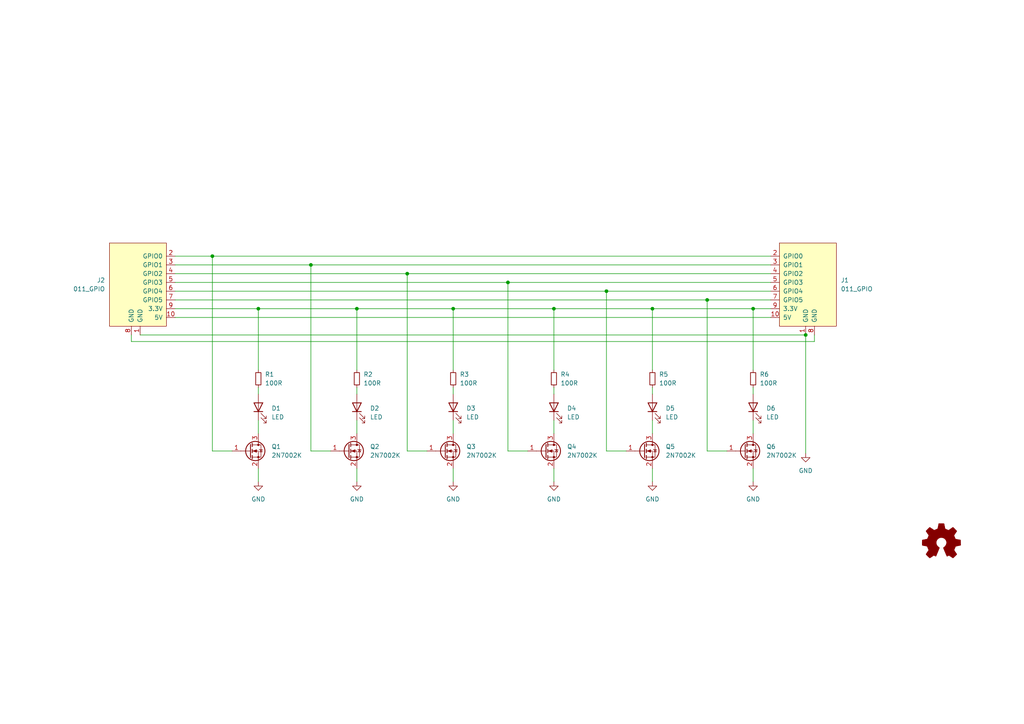
<source format=kicad_sch>
(kicad_sch (version 20230121) (generator eeschema)

  (uuid 57732dd3-1162-4c3f-88bd-31bf473d124d)

  (paper "A4")

  (lib_symbols
    (symbol "Device:LED" (pin_numbers hide) (pin_names (offset 1.016) hide) (in_bom yes) (on_board yes)
      (property "Reference" "D" (at 0 2.54 0)
        (effects (font (size 1.27 1.27)))
      )
      (property "Value" "LED" (at 0 -2.54 0)
        (effects (font (size 1.27 1.27)))
      )
      (property "Footprint" "" (at 0 0 0)
        (effects (font (size 1.27 1.27)) hide)
      )
      (property "Datasheet" "~" (at 0 0 0)
        (effects (font (size 1.27 1.27)) hide)
      )
      (property "ki_keywords" "LED diode" (at 0 0 0)
        (effects (font (size 1.27 1.27)) hide)
      )
      (property "ki_description" "Light emitting diode" (at 0 0 0)
        (effects (font (size 1.27 1.27)) hide)
      )
      (property "ki_fp_filters" "LED* LED_SMD:* LED_THT:*" (at 0 0 0)
        (effects (font (size 1.27 1.27)) hide)
      )
      (symbol "LED_0_1"
        (polyline
          (pts
            (xy -1.27 -1.27)
            (xy -1.27 1.27)
          )
          (stroke (width 0.254) (type default))
          (fill (type none))
        )
        (polyline
          (pts
            (xy -1.27 0)
            (xy 1.27 0)
          )
          (stroke (width 0) (type default))
          (fill (type none))
        )
        (polyline
          (pts
            (xy 1.27 -1.27)
            (xy 1.27 1.27)
            (xy -1.27 0)
            (xy 1.27 -1.27)
          )
          (stroke (width 0.254) (type default))
          (fill (type none))
        )
        (polyline
          (pts
            (xy -3.048 -0.762)
            (xy -4.572 -2.286)
            (xy -3.81 -2.286)
            (xy -4.572 -2.286)
            (xy -4.572 -1.524)
          )
          (stroke (width 0) (type default))
          (fill (type none))
        )
        (polyline
          (pts
            (xy -1.778 -0.762)
            (xy -3.302 -2.286)
            (xy -2.54 -2.286)
            (xy -3.302 -2.286)
            (xy -3.302 -1.524)
          )
          (stroke (width 0) (type default))
          (fill (type none))
        )
      )
      (symbol "LED_1_1"
        (pin passive line (at -3.81 0 0) (length 2.54)
          (name "K" (effects (font (size 1.27 1.27))))
          (number "1" (effects (font (size 1.27 1.27))))
        )
        (pin passive line (at 3.81 0 180) (length 2.54)
          (name "A" (effects (font (size 1.27 1.27))))
          (number "2" (effects (font (size 1.27 1.27))))
        )
      )
    )
    (symbol "Device:R_Small" (pin_numbers hide) (pin_names (offset 0.254) hide) (in_bom yes) (on_board yes)
      (property "Reference" "R" (at 0.762 0.508 0)
        (effects (font (size 1.27 1.27)) (justify left))
      )
      (property "Value" "R_Small" (at 0.762 -1.016 0)
        (effects (font (size 1.27 1.27)) (justify left))
      )
      (property "Footprint" "" (at 0 0 0)
        (effects (font (size 1.27 1.27)) hide)
      )
      (property "Datasheet" "~" (at 0 0 0)
        (effects (font (size 1.27 1.27)) hide)
      )
      (property "ki_keywords" "R resistor" (at 0 0 0)
        (effects (font (size 1.27 1.27)) hide)
      )
      (property "ki_description" "Resistor, small symbol" (at 0 0 0)
        (effects (font (size 1.27 1.27)) hide)
      )
      (property "ki_fp_filters" "R_*" (at 0 0 0)
        (effects (font (size 1.27 1.27)) hide)
      )
      (symbol "R_Small_0_1"
        (rectangle (start -0.762 1.778) (end 0.762 -1.778)
          (stroke (width 0.2032) (type default))
          (fill (type none))
        )
      )
      (symbol "R_Small_1_1"
        (pin passive line (at 0 2.54 270) (length 0.762)
          (name "~" (effects (font (size 1.27 1.27))))
          (number "1" (effects (font (size 1.27 1.27))))
        )
        (pin passive line (at 0 -2.54 90) (length 0.762)
          (name "~" (effects (font (size 1.27 1.27))))
          (number "2" (effects (font (size 1.27 1.27))))
        )
      )
    )
    (symbol "GND_1" (power) (pin_names (offset 0)) (in_bom yes) (on_board yes)
      (property "Reference" "#PWR" (at 0 -6.35 0)
        (effects (font (size 1.27 1.27)) hide)
      )
      (property "Value" "GND_1" (at 0 -3.81 0)
        (effects (font (size 1.27 1.27)))
      )
      (property "Footprint" "" (at 0 0 0)
        (effects (font (size 1.27 1.27)) hide)
      )
      (property "Datasheet" "" (at 0 0 0)
        (effects (font (size 1.27 1.27)) hide)
      )
      (property "ki_keywords" "global power" (at 0 0 0)
        (effects (font (size 1.27 1.27)) hide)
      )
      (property "ki_description" "Power symbol creates a global label with name \"GND\" , ground" (at 0 0 0)
        (effects (font (size 1.27 1.27)) hide)
      )
      (symbol "GND_1_0_1"
        (polyline
          (pts
            (xy 0 0)
            (xy 0 -1.27)
            (xy 1.27 -1.27)
            (xy 0 -2.54)
            (xy -1.27 -1.27)
            (xy 0 -1.27)
          )
          (stroke (width 0) (type default))
          (fill (type none))
        )
      )
      (symbol "GND_1_1_1"
        (pin power_in line (at 0 0 270) (length 0) hide
          (name "GND" (effects (font (size 1.27 1.27))))
          (number "1" (effects (font (size 1.27 1.27))))
        )
      )
    )
    (symbol "Graphic:Logo_Open_Hardware_Small" (pin_names (offset 1.016)) (in_bom yes) (on_board yes)
      (property "Reference" "#LOGO" (at 0 6.985 0)
        (effects (font (size 1.27 1.27)) hide)
      )
      (property "Value" "Logo_Open_Hardware_Small" (at 0 -5.715 0)
        (effects (font (size 1.27 1.27)) hide)
      )
      (property "Footprint" "" (at 0 0 0)
        (effects (font (size 1.27 1.27)) hide)
      )
      (property "Datasheet" "~" (at 0 0 0)
        (effects (font (size 1.27 1.27)) hide)
      )
      (property "ki_keywords" "Logo" (at 0 0 0)
        (effects (font (size 1.27 1.27)) hide)
      )
      (property "ki_description" "Open Hardware logo, small" (at 0 0 0)
        (effects (font (size 1.27 1.27)) hide)
      )
      (symbol "Logo_Open_Hardware_Small_0_1"
        (polyline
          (pts
            (xy 3.3528 -4.3434)
            (xy 3.302 -4.318)
            (xy 3.175 -4.2418)
            (xy 2.9972 -4.1148)
            (xy 2.7686 -3.9624)
            (xy 2.54 -3.81)
            (xy 2.3622 -3.7084)
            (xy 2.2352 -3.6068)
            (xy 2.1844 -3.5814)
            (xy 2.159 -3.6068)
            (xy 2.0574 -3.6576)
            (xy 1.905 -3.7338)
            (xy 1.8034 -3.7846)
            (xy 1.6764 -3.8354)
            (xy 1.6002 -3.8354)
            (xy 1.6002 -3.8354)
            (xy 1.5494 -3.7338)
            (xy 1.4732 -3.5306)
            (xy 1.3462 -3.302)
            (xy 1.2446 -3.0226)
            (xy 1.1176 -2.7178)
            (xy 0.9652 -2.413)
            (xy 0.8636 -2.1082)
            (xy 0.7366 -1.8288)
            (xy 0.6604 -1.6256)
            (xy 0.6096 -1.4732)
            (xy 0.5842 -1.397)
            (xy 0.5842 -1.397)
            (xy 0.6604 -1.3208)
            (xy 0.7874 -1.2446)
            (xy 1.0414 -1.016)
            (xy 1.2954 -0.6858)
            (xy 1.4478 -0.3302)
            (xy 1.524 0.0762)
            (xy 1.4732 0.4572)
            (xy 1.3208 0.8128)
            (xy 1.0668 1.143)
            (xy 0.762 1.3716)
            (xy 0.4064 1.524)
            (xy 0 1.5748)
            (xy -0.381 1.5494)
            (xy -0.7366 1.397)
            (xy -1.0668 1.143)
            (xy -1.2192 0.9906)
            (xy -1.397 0.6604)
            (xy -1.524 0.3048)
            (xy -1.524 0.2286)
            (xy -1.4986 -0.1778)
            (xy -1.397 -0.5334)
            (xy -1.1938 -0.8636)
            (xy -0.9144 -1.143)
            (xy -0.8636 -1.1684)
            (xy -0.7366 -1.27)
            (xy -0.635 -1.3462)
            (xy -0.5842 -1.397)
            (xy -1.0668 -2.5908)
            (xy -1.143 -2.794)
            (xy -1.2954 -3.1242)
            (xy -1.397 -3.4036)
            (xy -1.4986 -3.6322)
            (xy -1.5748 -3.7846)
            (xy -1.6002 -3.8354)
            (xy -1.6002 -3.8354)
            (xy -1.651 -3.8354)
            (xy -1.7272 -3.81)
            (xy -1.905 -3.7338)
            (xy -2.0066 -3.683)
            (xy -2.1336 -3.6068)
            (xy -2.2098 -3.5814)
            (xy -2.2606 -3.6068)
            (xy -2.3622 -3.683)
            (xy -2.54 -3.81)
            (xy -2.7686 -3.9624)
            (xy -2.9718 -4.0894)
            (xy -3.1496 -4.2164)
            (xy -3.302 -4.318)
            (xy -3.3528 -4.3434)
            (xy -3.3782 -4.3434)
            (xy -3.429 -4.318)
            (xy -3.5306 -4.2164)
            (xy -3.7084 -4.064)
            (xy -3.937 -3.8354)
            (xy -3.9624 -3.81)
            (xy -4.1656 -3.6068)
            (xy -4.318 -3.4544)
            (xy -4.4196 -3.3274)
            (xy -4.445 -3.2766)
            (xy -4.445 -3.2766)
            (xy -4.4196 -3.2258)
            (xy -4.318 -3.0734)
            (xy -4.2164 -2.8956)
            (xy -4.064 -2.667)
            (xy -3.6576 -2.0828)
            (xy -3.8862 -1.5494)
            (xy -3.937 -1.3716)
            (xy -4.0386 -1.1684)
            (xy -4.0894 -1.0414)
            (xy -4.1148 -0.9652)
            (xy -4.191 -0.9398)
            (xy -4.318 -0.9144)
            (xy -4.5466 -0.8636)
            (xy -4.8006 -0.8128)
            (xy -5.0546 -0.7874)
            (xy -5.2578 -0.7366)
            (xy -5.4356 -0.7112)
            (xy -5.5118 -0.6858)
            (xy -5.5118 -0.6858)
            (xy -5.5372 -0.635)
            (xy -5.5372 -0.5588)
            (xy -5.5372 -0.4318)
            (xy -5.5626 -0.2286)
            (xy -5.5626 0.0762)
            (xy -5.5626 0.127)
            (xy -5.5372 0.4064)
            (xy -5.5372 0.635)
            (xy -5.5372 0.762)
            (xy -5.5372 0.8382)
            (xy -5.5372 0.8382)
            (xy -5.461 0.8382)
            (xy -5.3086 0.889)
            (xy -5.08 0.9144)
            (xy -4.826 0.9652)
            (xy -4.8006 0.9906)
            (xy -4.5466 1.0414)
            (xy -4.318 1.0668)
            (xy -4.1656 1.1176)
            (xy -4.0894 1.143)
            (xy -4.0894 1.143)
            (xy -4.0386 1.2446)
            (xy -3.9624 1.4224)
            (xy -3.8608 1.6256)
            (xy -3.7846 1.8288)
            (xy -3.7084 2.0066)
            (xy -3.6576 2.159)
            (xy -3.6322 2.2098)
            (xy -3.6322 2.2098)
            (xy -3.683 2.286)
            (xy -3.7592 2.413)
            (xy -3.8862 2.5908)
            (xy -4.064 2.8194)
            (xy -4.064 2.8448)
            (xy -4.2164 3.0734)
            (xy -4.3434 3.2512)
            (xy -4.4196 3.3782)
            (xy -4.445 3.4544)
            (xy -4.445 3.4544)
            (xy -4.3942 3.5052)
            (xy -4.2926 3.6322)
            (xy -4.1148 3.81)
            (xy -3.937 4.0132)
            (xy -3.8608 4.064)
            (xy -3.6576 4.2926)
            (xy -3.5052 4.4196)
            (xy -3.4036 4.4958)
            (xy -3.3528 4.5212)
            (xy -3.3528 4.5212)
            (xy -3.302 4.4704)
            (xy -3.1496 4.3688)
            (xy -2.9718 4.2418)
            (xy -2.7432 4.0894)
            (xy -2.7178 4.0894)
            (xy -2.4892 3.937)
            (xy -2.3114 3.81)
            (xy -2.1844 3.7084)
            (xy -2.1336 3.683)
            (xy -2.1082 3.683)
            (xy -2.032 3.7084)
            (xy -1.8542 3.7592)
            (xy -1.6764 3.8354)
            (xy -1.4732 3.937)
            (xy -1.27 4.0132)
            (xy -1.143 4.064)
            (xy -1.0668 4.1148)
            (xy -1.0668 4.1148)
            (xy -1.0414 4.191)
            (xy -1.016 4.3434)
            (xy -0.9652 4.572)
            (xy -0.9144 4.8514)
            (xy -0.889 4.9022)
            (xy -0.8382 5.1562)
            (xy -0.8128 5.3848)
            (xy -0.7874 5.5372)
            (xy -0.762 5.588)
            (xy -0.7112 5.6134)
            (xy -0.5842 5.6134)
            (xy -0.4064 5.6134)
            (xy -0.1524 5.6134)
            (xy 0.0762 5.6134)
            (xy 0.3302 5.6134)
            (xy 0.5334 5.6134)
            (xy 0.6858 5.588)
            (xy 0.7366 5.588)
            (xy 0.7366 5.588)
            (xy 0.762 5.5118)
            (xy 0.8128 5.334)
            (xy 0.8382 5.1054)
            (xy 0.9144 4.826)
            (xy 0.9144 4.7752)
            (xy 0.9652 4.5212)
            (xy 1.016 4.2926)
            (xy 1.0414 4.1402)
            (xy 1.0668 4.0894)
            (xy 1.0668 4.0894)
            (xy 1.1938 4.0386)
            (xy 1.3716 3.9624)
            (xy 1.5748 3.8608)
            (xy 2.0828 3.6576)
            (xy 2.7178 4.0894)
            (xy 2.7686 4.1402)
            (xy 2.9972 4.2926)
            (xy 3.175 4.4196)
            (xy 3.302 4.4958)
            (xy 3.3782 4.5212)
            (xy 3.3782 4.5212)
            (xy 3.429 4.4704)
            (xy 3.556 4.3434)
            (xy 3.7338 4.191)
            (xy 3.9116 3.9878)
            (xy 4.064 3.8354)
            (xy 4.2418 3.6576)
            (xy 4.3434 3.556)
            (xy 4.4196 3.4798)
            (xy 4.4196 3.429)
            (xy 4.4196 3.4036)
            (xy 4.3942 3.3274)
            (xy 4.2926 3.2004)
            (xy 4.1656 2.9972)
            (xy 4.0132 2.794)
            (xy 3.8862 2.5908)
            (xy 3.7592 2.3876)
            (xy 3.6576 2.2352)
            (xy 3.6322 2.159)
            (xy 3.6322 2.1336)
            (xy 3.683 2.0066)
            (xy 3.7592 1.8288)
            (xy 3.8608 1.6002)
            (xy 4.064 1.1176)
            (xy 4.3942 1.0414)
            (xy 4.5974 1.016)
            (xy 4.8768 0.9652)
            (xy 5.1308 0.9144)
            (xy 5.5372 0.8382)
            (xy 5.5626 -0.6604)
            (xy 5.4864 -0.6858)
            (xy 5.4356 -0.6858)
            (xy 5.2832 -0.7366)
            (xy 5.0546 -0.762)
            (xy 4.8006 -0.8128)
            (xy 4.5974 -0.8636)
            (xy 4.3688 -0.9144)
            (xy 4.2164 -0.9398)
            (xy 4.1402 -0.9398)
            (xy 4.1148 -0.9652)
            (xy 4.064 -1.0668)
            (xy 3.9878 -1.2446)
            (xy 3.9116 -1.4478)
            (xy 3.81 -1.651)
            (xy 3.7338 -1.8542)
            (xy 3.683 -2.0066)
            (xy 3.6576 -2.0828)
            (xy 3.683 -2.1336)
            (xy 3.7846 -2.2606)
            (xy 3.8862 -2.4638)
            (xy 4.0386 -2.667)
            (xy 4.191 -2.8956)
            (xy 4.318 -3.0734)
            (xy 4.3942 -3.2004)
            (xy 4.445 -3.2766)
            (xy 4.4196 -3.3274)
            (xy 4.3434 -3.429)
            (xy 4.1656 -3.5814)
            (xy 3.937 -3.8354)
            (xy 3.8862 -3.8608)
            (xy 3.683 -4.064)
            (xy 3.5306 -4.2164)
            (xy 3.4036 -4.318)
            (xy 3.3528 -4.3434)
          )
          (stroke (width 0) (type default))
          (fill (type outline))
        )
      )
    )
    (symbol "Transistor_FET:2N7002K" (pin_names hide) (in_bom yes) (on_board yes)
      (property "Reference" "Q" (at 5.08 1.905 0)
        (effects (font (size 1.27 1.27)) (justify left))
      )
      (property "Value" "2N7002K" (at 5.08 0 0)
        (effects (font (size 1.27 1.27)) (justify left))
      )
      (property "Footprint" "Package_TO_SOT_SMD:SOT-23" (at 5.08 -1.905 0)
        (effects (font (size 1.27 1.27) italic) (justify left) hide)
      )
      (property "Datasheet" "https://www.diodes.com/assets/Datasheets/ds30896.pdf" (at 0 0 0)
        (effects (font (size 1.27 1.27)) (justify left) hide)
      )
      (property "ki_keywords" "N-Channel MOSFET" (at 0 0 0)
        (effects (font (size 1.27 1.27)) hide)
      )
      (property "ki_description" "0.38A Id, 60V Vds, N-Channel MOSFET, SOT-23" (at 0 0 0)
        (effects (font (size 1.27 1.27)) hide)
      )
      (property "ki_fp_filters" "SOT?23*" (at 0 0 0)
        (effects (font (size 1.27 1.27)) hide)
      )
      (symbol "2N7002K_0_1"
        (polyline
          (pts
            (xy 0.254 0)
            (xy -2.54 0)
          )
          (stroke (width 0) (type default))
          (fill (type none))
        )
        (polyline
          (pts
            (xy 0.254 1.905)
            (xy 0.254 -1.905)
          )
          (stroke (width 0.254) (type default))
          (fill (type none))
        )
        (polyline
          (pts
            (xy 0.762 -1.27)
            (xy 0.762 -2.286)
          )
          (stroke (width 0.254) (type default))
          (fill (type none))
        )
        (polyline
          (pts
            (xy 0.762 0.508)
            (xy 0.762 -0.508)
          )
          (stroke (width 0.254) (type default))
          (fill (type none))
        )
        (polyline
          (pts
            (xy 0.762 2.286)
            (xy 0.762 1.27)
          )
          (stroke (width 0.254) (type default))
          (fill (type none))
        )
        (polyline
          (pts
            (xy 2.54 2.54)
            (xy 2.54 1.778)
          )
          (stroke (width 0) (type default))
          (fill (type none))
        )
        (polyline
          (pts
            (xy 2.54 -2.54)
            (xy 2.54 0)
            (xy 0.762 0)
          )
          (stroke (width 0) (type default))
          (fill (type none))
        )
        (polyline
          (pts
            (xy 0.762 -1.778)
            (xy 3.302 -1.778)
            (xy 3.302 1.778)
            (xy 0.762 1.778)
          )
          (stroke (width 0) (type default))
          (fill (type none))
        )
        (polyline
          (pts
            (xy 1.016 0)
            (xy 2.032 0.381)
            (xy 2.032 -0.381)
            (xy 1.016 0)
          )
          (stroke (width 0) (type default))
          (fill (type outline))
        )
        (polyline
          (pts
            (xy 2.794 0.508)
            (xy 2.921 0.381)
            (xy 3.683 0.381)
            (xy 3.81 0.254)
          )
          (stroke (width 0) (type default))
          (fill (type none))
        )
        (polyline
          (pts
            (xy 3.302 0.381)
            (xy 2.921 -0.254)
            (xy 3.683 -0.254)
            (xy 3.302 0.381)
          )
          (stroke (width 0) (type default))
          (fill (type none))
        )
        (circle (center 1.651 0) (radius 2.794)
          (stroke (width 0.254) (type default))
          (fill (type none))
        )
        (circle (center 2.54 -1.778) (radius 0.254)
          (stroke (width 0) (type default))
          (fill (type outline))
        )
        (circle (center 2.54 1.778) (radius 0.254)
          (stroke (width 0) (type default))
          (fill (type outline))
        )
      )
      (symbol "2N7002K_1_1"
        (pin input line (at -5.08 0 0) (length 2.54)
          (name "G" (effects (font (size 1.27 1.27))))
          (number "1" (effects (font (size 1.27 1.27))))
        )
        (pin passive line (at 2.54 -5.08 90) (length 2.54)
          (name "S" (effects (font (size 1.27 1.27))))
          (number "2" (effects (font (size 1.27 1.27))))
        )
        (pin passive line (at 2.54 5.08 270) (length 2.54)
          (name "D" (effects (font (size 1.27 1.27))))
          (number "3" (effects (font (size 1.27 1.27))))
        )
      )
    )
    (symbol "power:GND" (power) (pin_names (offset 0)) (in_bom yes) (on_board yes)
      (property "Reference" "#PWR" (at 0 -6.35 0)
        (effects (font (size 1.27 1.27)) hide)
      )
      (property "Value" "GND" (at 0 -3.81 0)
        (effects (font (size 1.27 1.27)))
      )
      (property "Footprint" "" (at 0 0 0)
        (effects (font (size 1.27 1.27)) hide)
      )
      (property "Datasheet" "" (at 0 0 0)
        (effects (font (size 1.27 1.27)) hide)
      )
      (property "ki_keywords" "power-flag" (at 0 0 0)
        (effects (font (size 1.27 1.27)) hide)
      )
      (property "ki_description" "Power symbol creates a global label with name \"GND\" , ground" (at 0 0 0)
        (effects (font (size 1.27 1.27)) hide)
      )
      (symbol "GND_0_1"
        (polyline
          (pts
            (xy 0 0)
            (xy 0 -1.27)
            (xy 1.27 -1.27)
            (xy 0 -2.54)
            (xy -1.27 -1.27)
            (xy 0 -1.27)
          )
          (stroke (width 0) (type default))
          (fill (type none))
        )
      )
      (symbol "GND_1_1"
        (pin power_in line (at 0 0 270) (length 0) hide
          (name "GND" (effects (font (size 1.27 1.27))))
          (number "1" (effects (font (size 1.27 1.27))))
        )
      )
    )
    (symbol "put_on_edge:011_GPIO" (pin_names (offset 1.016)) (in_bom yes) (on_board yes)
      (property "Reference" "J" (at -2.54 13.97 0)
        (effects (font (size 1.27 1.27)))
      )
      (property "Value" "011_GPIO" (at 8.89 13.97 0)
        (effects (font (size 1.27 1.27)))
      )
      (property "Footprint" "" (at 7.62 16.51 0)
        (effects (font (size 1.27 1.27)) hide)
      )
      (property "Datasheet" "" (at 7.62 16.51 0)
        (effects (font (size 1.27 1.27)) hide)
      )
      (symbol "011_GPIO_0_1"
        (rectangle (start -8.89 12.7) (end 7.62 -11.43)
          (stroke (width 0) (type default))
          (fill (type background))
        )
      )
      (symbol "011_GPIO_1_1"
        (pin power_in line (at -1.27 -13.97 90) (length 2.54)
          (name "GND" (effects (font (size 1.27 1.27))))
          (number "1" (effects (font (size 1.27 1.27))))
        )
        (pin power_in line (at -11.43 -8.89 0) (length 2.54)
          (name "5V" (effects (font (size 1.27 1.27))))
          (number "10" (effects (font (size 1.27 1.27))))
        )
        (pin bidirectional line (at -11.43 8.89 0) (length 2.54)
          (name "GPIO0" (effects (font (size 1.27 1.27))))
          (number "2" (effects (font (size 1.27 1.27))))
        )
        (pin bidirectional line (at -11.43 6.35 0) (length 2.54)
          (name "GPIO1" (effects (font (size 1.27 1.27))))
          (number "3" (effects (font (size 1.27 1.27))))
        )
        (pin bidirectional line (at -11.43 3.81 0) (length 2.54)
          (name "GPIO2" (effects (font (size 1.27 1.27))))
          (number "4" (effects (font (size 1.27 1.27))))
        )
        (pin bidirectional line (at -11.43 1.27 0) (length 2.54)
          (name "GPIO3" (effects (font (size 1.27 1.27))))
          (number "5" (effects (font (size 1.27 1.27))))
        )
        (pin bidirectional line (at -11.43 -1.27 0) (length 2.54)
          (name "GPIO4" (effects (font (size 1.27 1.27))))
          (number "6" (effects (font (size 1.27 1.27))))
        )
        (pin bidirectional line (at -11.43 -3.81 0) (length 2.54)
          (name "GPIO5" (effects (font (size 1.27 1.27))))
          (number "7" (effects (font (size 1.27 1.27))))
        )
        (pin power_in line (at 1.27 -13.97 90) (length 2.54)
          (name "GND" (effects (font (size 1.27 1.27))))
          (number "8" (effects (font (size 1.27 1.27))))
        )
        (pin power_in line (at -11.43 -6.35 0) (length 2.54)
          (name "3.3V" (effects (font (size 1.27 1.27))))
          (number "9" (effects (font (size 1.27 1.27))))
        )
      )
    )
  )

  (junction (at 131.445 89.535) (diameter 0) (color 0 0 0 0)
    (uuid 10d69991-b179-4349-8349-cffe51c8d1cb)
  )
  (junction (at 74.93 89.535) (diameter 0) (color 0 0 0 0)
    (uuid 42af1522-994c-4ae2-91c4-c9abd96f5394)
  )
  (junction (at 205.105 86.995) (diameter 0) (color 0 0 0 0)
    (uuid 46bde322-10ed-4202-a687-627f62476b2e)
  )
  (junction (at 61.595 74.295) (diameter 0) (color 0 0 0 0)
    (uuid a73bfa33-887d-4780-b0db-17439321c44b)
  )
  (junction (at 218.44 89.535) (diameter 0) (color 0 0 0 0)
    (uuid a8740c1e-05bc-4b73-8a11-39815621a73d)
  )
  (junction (at 189.23 89.535) (diameter 0) (color 0 0 0 0)
    (uuid b635e27f-98f8-4ead-9aaa-e60964297089)
  )
  (junction (at 233.68 97.155) (diameter 0) (color 0 0 0 0)
    (uuid ba72d80f-0506-41c3-9a67-ac9a361410ea)
  )
  (junction (at 118.11 79.375) (diameter 0) (color 0 0 0 0)
    (uuid d174e07c-6b56-4139-abd2-02efe503c9f9)
  )
  (junction (at 175.895 84.455) (diameter 0) (color 0 0 0 0)
    (uuid edd30596-998f-46fd-87f3-6c12b2e76a45)
  )
  (junction (at 147.32 81.915) (diameter 0) (color 0 0 0 0)
    (uuid efa05af1-6cd3-44f9-8c54-59285e87684f)
  )
  (junction (at 90.17 76.835) (diameter 0) (color 0 0 0 0)
    (uuid f2b67c43-518e-427e-b8bd-5044398e7a56)
  )
  (junction (at 160.655 89.535) (diameter 0) (color 0 0 0 0)
    (uuid f8612572-e78e-4d9e-92ec-a6870bceab2d)
  )
  (junction (at 103.505 89.535) (diameter 0) (color 0 0 0 0)
    (uuid ffadb064-5353-4590-a0b3-f4ba6242a91f)
  )

  (wire (pts (xy 90.17 76.835) (xy 223.52 76.835))
    (stroke (width 0) (type default))
    (uuid 030a0152-51b0-4a3a-85d3-c3e1c34bef71)
  )
  (wire (pts (xy 103.505 112.395) (xy 103.505 114.3))
    (stroke (width 0) (type default))
    (uuid 0361bc0e-ea7c-4888-85bc-ed79059c4637)
  )
  (wire (pts (xy 74.93 112.395) (xy 74.93 114.3))
    (stroke (width 0) (type default))
    (uuid 0f6be3c0-2528-4f69-8140-d63a332556a2)
  )
  (wire (pts (xy 160.655 107.315) (xy 160.655 89.535))
    (stroke (width 0) (type default))
    (uuid 1226cefb-56df-43f2-9114-88099427c530)
  )
  (wire (pts (xy 40.64 97.155) (xy 233.68 97.155))
    (stroke (width 0) (type default))
    (uuid 168729ed-0bfe-42eb-8ee1-bef95304fc59)
  )
  (wire (pts (xy 38.1 99.06) (xy 236.22 99.06))
    (stroke (width 0) (type default))
    (uuid 1e1c3ef4-8e26-4398-b247-0663088ef75a)
  )
  (wire (pts (xy 160.655 112.395) (xy 160.655 114.3))
    (stroke (width 0) (type default))
    (uuid 1e781afe-1985-4f9f-8351-a2d54f75d80c)
  )
  (wire (pts (xy 50.8 92.075) (xy 223.52 92.075))
    (stroke (width 0) (type default))
    (uuid 204f1793-fb5c-40bb-9aae-03e476b4f79f)
  )
  (wire (pts (xy 233.68 97.155) (xy 233.68 131.445))
    (stroke (width 0) (type default))
    (uuid 221989bf-0849-47f1-9435-0e974f549e2f)
  )
  (wire (pts (xy 50.8 81.915) (xy 147.32 81.915))
    (stroke (width 0) (type default))
    (uuid 22336d1f-173d-402c-96d8-ef1f2cbb05f1)
  )
  (wire (pts (xy 160.655 121.92) (xy 160.655 125.73))
    (stroke (width 0) (type default))
    (uuid 2800810a-145a-41ad-8275-ff4f464682b0)
  )
  (wire (pts (xy 153.035 130.81) (xy 147.32 130.81))
    (stroke (width 0) (type default))
    (uuid 3415a6e9-a196-4f02-9895-4bebd9bf7c4d)
  )
  (wire (pts (xy 189.23 139.7) (xy 189.23 135.89))
    (stroke (width 0) (type default))
    (uuid 3a068014-3498-4db7-80f9-d690ccf01e3b)
  )
  (wire (pts (xy 74.93 89.535) (xy 103.505 89.535))
    (stroke (width 0) (type default))
    (uuid 3af00400-e9dd-478a-84f2-98752e9cdde0)
  )
  (wire (pts (xy 160.655 89.535) (xy 189.23 89.535))
    (stroke (width 0) (type default))
    (uuid 3c7f9f3e-3bd4-418a-8771-a5d89a61409f)
  )
  (wire (pts (xy 175.895 84.455) (xy 175.895 130.81))
    (stroke (width 0) (type default))
    (uuid 3d8b56c3-7d80-41d2-bd1b-28072f113063)
  )
  (wire (pts (xy 90.17 76.835) (xy 90.17 130.81))
    (stroke (width 0) (type default))
    (uuid 498c52e0-1d37-4e65-8dc9-0970198e6085)
  )
  (wire (pts (xy 147.32 81.915) (xy 147.32 130.81))
    (stroke (width 0) (type default))
    (uuid 4ba5db9f-d24e-49b1-8e21-ecfe9ad2bca4)
  )
  (wire (pts (xy 61.595 74.295) (xy 223.52 74.295))
    (stroke (width 0) (type default))
    (uuid 4f4624fd-111e-4602-b937-70b6ed2f6d00)
  )
  (wire (pts (xy 123.825 130.81) (xy 118.11 130.81))
    (stroke (width 0) (type default))
    (uuid 53c83b46-ad7a-461b-bd7b-72620a21b8dd)
  )
  (wire (pts (xy 236.22 99.06) (xy 236.22 97.155))
    (stroke (width 0) (type default))
    (uuid 59d0b236-b0f1-4b41-941a-8acd03c25af0)
  )
  (wire (pts (xy 131.445 107.315) (xy 131.445 89.535))
    (stroke (width 0) (type default))
    (uuid 68dd2faa-fe4e-4599-9262-15d44ad28005)
  )
  (wire (pts (xy 205.105 86.995) (xy 223.52 86.995))
    (stroke (width 0) (type default))
    (uuid 71bb96a4-d788-4acd-90cd-45feeaa1bf7e)
  )
  (wire (pts (xy 50.8 76.835) (xy 90.17 76.835))
    (stroke (width 0) (type default))
    (uuid 743e0066-dae4-4677-84e7-87f96f7c4c8a)
  )
  (wire (pts (xy 181.61 130.81) (xy 175.895 130.81))
    (stroke (width 0) (type default))
    (uuid 77c60cec-e760-4dce-9eff-d3029e00147a)
  )
  (wire (pts (xy 118.11 79.375) (xy 118.11 130.81))
    (stroke (width 0) (type default))
    (uuid 80cd1053-0640-427e-adc4-2b9803cb1209)
  )
  (wire (pts (xy 103.505 89.535) (xy 131.445 89.535))
    (stroke (width 0) (type default))
    (uuid 812d4557-47a6-4af7-b932-90585e23c170)
  )
  (wire (pts (xy 160.655 139.7) (xy 160.655 135.89))
    (stroke (width 0) (type default))
    (uuid 89bfc036-716b-4f06-85de-c2c15de07eb6)
  )
  (wire (pts (xy 131.445 139.7) (xy 131.445 135.89))
    (stroke (width 0) (type default))
    (uuid 8e5a4148-789d-4f4e-a5e2-5c79ab2af875)
  )
  (wire (pts (xy 218.44 139.7) (xy 218.44 135.89))
    (stroke (width 0) (type default))
    (uuid 980b91e3-ccd8-4cb9-ba5b-200e7a24aac9)
  )
  (wire (pts (xy 147.32 81.915) (xy 223.52 81.915))
    (stroke (width 0) (type default))
    (uuid 9829348c-99b1-4ca7-9e4e-96c355d360bd)
  )
  (wire (pts (xy 103.505 107.315) (xy 103.505 89.535))
    (stroke (width 0) (type default))
    (uuid 991d508e-d225-4c7a-91cd-db4f82f2ce52)
  )
  (wire (pts (xy 189.23 89.535) (xy 218.44 89.535))
    (stroke (width 0) (type default))
    (uuid a369da45-821b-4252-92a6-5cba29988366)
  )
  (wire (pts (xy 50.8 86.995) (xy 205.105 86.995))
    (stroke (width 0) (type default))
    (uuid a533b30e-d00f-479b-a239-9076ddc53ae5)
  )
  (wire (pts (xy 210.82 130.81) (xy 205.105 130.81))
    (stroke (width 0) (type default))
    (uuid a8790869-2a31-4101-9242-8470094fdd41)
  )
  (wire (pts (xy 118.11 79.375) (xy 223.52 79.375))
    (stroke (width 0) (type default))
    (uuid aaa9d43a-6bf0-41ad-bc67-6846a713716b)
  )
  (wire (pts (xy 205.105 86.995) (xy 205.105 130.81))
    (stroke (width 0) (type default))
    (uuid aacfc326-54e9-40bb-8607-8b7b285591b5)
  )
  (wire (pts (xy 189.23 121.92) (xy 189.23 125.73))
    (stroke (width 0) (type default))
    (uuid ab911f50-3b9c-458b-8550-646196288257)
  )
  (wire (pts (xy 95.885 130.81) (xy 90.17 130.81))
    (stroke (width 0) (type default))
    (uuid ac1d0824-2947-473b-96dd-788e26a39f8d)
  )
  (wire (pts (xy 103.505 139.7) (xy 103.505 135.89))
    (stroke (width 0) (type default))
    (uuid acd6a921-93dc-4118-8d6b-f91a71666157)
  )
  (wire (pts (xy 131.445 121.92) (xy 131.445 125.73))
    (stroke (width 0) (type default))
    (uuid ae19604f-3e4a-4694-a223-c8f8ca508fd7)
  )
  (wire (pts (xy 50.8 74.295) (xy 61.595 74.295))
    (stroke (width 0) (type default))
    (uuid b33ac6a8-471d-49a5-bf6c-d874ba80feea)
  )
  (wire (pts (xy 74.93 139.7) (xy 74.93 135.89))
    (stroke (width 0) (type default))
    (uuid b35d9919-fcaa-4a25-8caa-05aa3689230a)
  )
  (wire (pts (xy 218.44 107.315) (xy 218.44 89.535))
    (stroke (width 0) (type default))
    (uuid be1940e6-1e53-4269-bfe2-b9eb46c788fb)
  )
  (wire (pts (xy 131.445 89.535) (xy 160.655 89.535))
    (stroke (width 0) (type default))
    (uuid c35bce4c-6201-4954-8e33-3af8f53722d8)
  )
  (wire (pts (xy 67.31 130.81) (xy 61.595 130.81))
    (stroke (width 0) (type default))
    (uuid c38c0f6e-ba5f-462e-b7b3-29772e646ee5)
  )
  (wire (pts (xy 189.23 112.395) (xy 189.23 114.3))
    (stroke (width 0) (type default))
    (uuid c59eae4b-02d1-41c5-b7d3-514b104c5995)
  )
  (wire (pts (xy 74.93 107.315) (xy 74.93 89.535))
    (stroke (width 0) (type default))
    (uuid c96a66b4-ddeb-4367-b502-08231ec73a6e)
  )
  (wire (pts (xy 189.23 107.315) (xy 189.23 89.535))
    (stroke (width 0) (type default))
    (uuid ca1ad769-21e3-42e6-aa0b-5cc810461882)
  )
  (wire (pts (xy 50.8 79.375) (xy 118.11 79.375))
    (stroke (width 0) (type default))
    (uuid cc4195fe-8a62-496e-b31d-eeca3f73591f)
  )
  (wire (pts (xy 38.1 99.06) (xy 38.1 97.155))
    (stroke (width 0) (type default))
    (uuid d1db7b31-c60f-42cc-a992-5efc45d8337f)
  )
  (wire (pts (xy 50.8 84.455) (xy 175.895 84.455))
    (stroke (width 0) (type default))
    (uuid d38e4126-6b09-4f93-9a29-42ed2576190b)
  )
  (wire (pts (xy 74.93 121.92) (xy 74.93 125.73))
    (stroke (width 0) (type default))
    (uuid d79c0632-59ef-47f3-9d66-25f6c852d1da)
  )
  (wire (pts (xy 50.8 89.535) (xy 74.93 89.535))
    (stroke (width 0) (type default))
    (uuid ddc1dbb0-5d84-4cbd-857b-6bbc65da44df)
  )
  (wire (pts (xy 131.445 112.395) (xy 131.445 114.3))
    (stroke (width 0) (type default))
    (uuid e6dc1aea-638e-4ab8-bc96-c168e05f876b)
  )
  (wire (pts (xy 175.895 84.455) (xy 223.52 84.455))
    (stroke (width 0) (type default))
    (uuid ee09a232-a223-44b4-89d9-01ae8234e035)
  )
  (wire (pts (xy 103.505 121.92) (xy 103.505 125.73))
    (stroke (width 0) (type default))
    (uuid ef79a714-bc62-4d96-8fa8-bde8c1db33ae)
  )
  (wire (pts (xy 218.44 89.535) (xy 223.52 89.535))
    (stroke (width 0) (type default))
    (uuid f11be710-6b54-47f1-b054-03ca2dfedd75)
  )
  (wire (pts (xy 218.44 112.395) (xy 218.44 114.3))
    (stroke (width 0) (type default))
    (uuid f3e2575d-5c4f-4e48-8e03-f5f46c9f73c3)
  )
  (wire (pts (xy 218.44 121.92) (xy 218.44 125.73))
    (stroke (width 0) (type default))
    (uuid f5f0727c-2830-46ae-a619-4f6590a15293)
  )
  (wire (pts (xy 61.595 130.81) (xy 61.595 74.295))
    (stroke (width 0) (type default))
    (uuid f7593ebf-2423-4a22-be0e-105508004fdd)
  )

  (symbol (lib_id "Device:R_Small") (at 131.445 109.855 0) (unit 1)
    (in_bom yes) (on_board yes) (dnp no) (fields_autoplaced)
    (uuid 072f3e0b-9397-4c97-b75d-aa44089d0ae9)
    (property "Reference" "R3" (at 133.35 108.585 0)
      (effects (font (size 1.27 1.27)) (justify left))
    )
    (property "Value" "100R" (at 133.35 111.125 0)
      (effects (font (size 1.27 1.27)) (justify left))
    )
    (property "Footprint" "Resistor_SMD:R_0603_1608Metric" (at 131.445 109.855 0)
      (effects (font (size 1.27 1.27)) hide)
    )
    (property "Datasheet" "~" (at 131.445 109.855 0)
      (effects (font (size 1.27 1.27)) hide)
    )
    (pin "1" (uuid e7aa0030-c992-48e2-9f11-6613081f4e47))
    (pin "2" (uuid 2faf8a57-a017-462b-9a1f-e0e165ada925))
    (instances
      (project "board"
        (path "/57732dd3-1162-4c3f-88bd-31bf473d124d"
          (reference "R3") (unit 1)
        )
      )
    )
  )

  (symbol (lib_id "Transistor_FET:2N7002K") (at 215.9 130.81 0) (unit 1)
    (in_bom yes) (on_board yes) (dnp no) (fields_autoplaced)
    (uuid 0d389f3d-f02a-4454-8a61-a1a7c262572d)
    (property "Reference" "Q1" (at 222.25 129.54 0)
      (effects (font (size 1.27 1.27)) (justify left))
    )
    (property "Value" "2N7002K" (at 222.25 132.08 0)
      (effects (font (size 1.27 1.27)) (justify left))
    )
    (property "Footprint" "Package_TO_SOT_SMD:SOT-23" (at 220.98 132.715 0)
      (effects (font (size 1.27 1.27) italic) (justify left) hide)
    )
    (property "Datasheet" "https://www.diodes.com/assets/Datasheets/ds30896.pdf" (at 215.9 130.81 0)
      (effects (font (size 1.27 1.27)) (justify left) hide)
    )
    (property "lcsc" "C414015" (at 215.9 130.81 0)
      (effects (font (size 1.27 1.27)) hide)
    )
    (pin "1" (uuid 46de5456-bb86-41bd-9a03-d3404911ed95))
    (pin "3" (uuid fbe0b3e6-87b8-4fa9-b241-ea6bc7180614))
    (pin "2" (uuid cb7e7953-263e-45fa-9fa1-2d8e991bcea7))
    (instances
      (project "board"
        (path "/57732dd3-1162-4c3f-88bd-31bf473d124d"
          (reference "Q6") (unit 1)
        )
      )
    )
  )

  (symbol (lib_id "Device:LED") (at 103.505 118.11 90) (unit 1)
    (in_bom yes) (on_board yes) (dnp no) (fields_autoplaced)
    (uuid 1dff89e1-2491-4a48-b992-ca1fe40a901f)
    (property "Reference" "D1" (at 107.315 118.4275 90)
      (effects (font (size 1.27 1.27)) (justify right))
    )
    (property "Value" "LED" (at 107.315 120.9675 90)
      (effects (font (size 1.27 1.27)) (justify right))
    )
    (property "Footprint" "LED_SMD:LED_0603_1608Metric" (at 103.505 118.11 0)
      (effects (font (size 1.27 1.27)) hide)
    )
    (property "Datasheet" "~" (at 103.505 118.11 0)
      (effects (font (size 1.27 1.27)) hide)
    )
    (property "lcsc" "C965808" (at 103.505 118.11 90)
      (effects (font (size 1.27 1.27)) hide)
    )
    (pin "2" (uuid 8b9a404d-a7f7-436a-bb0c-fadbbe4d5984))
    (pin "1" (uuid acd79e1b-62b8-4ec0-9ee3-c63bee9e2987))
    (instances
      (project "board"
        (path "/57732dd3-1162-4c3f-88bd-31bf473d124d"
          (reference "D2") (unit 1)
        )
      )
    )
  )

  (symbol (lib_id "Device:R_Small") (at 218.44 109.855 0) (unit 1)
    (in_bom yes) (on_board yes) (dnp no) (fields_autoplaced)
    (uuid 1f201deb-878e-4a8a-be5a-05131feb0f68)
    (property "Reference" "R6" (at 220.345 108.585 0)
      (effects (font (size 1.27 1.27)) (justify left))
    )
    (property "Value" "100R" (at 220.345 111.125 0)
      (effects (font (size 1.27 1.27)) (justify left))
    )
    (property "Footprint" "Resistor_SMD:R_0603_1608Metric" (at 218.44 109.855 0)
      (effects (font (size 1.27 1.27)) hide)
    )
    (property "Datasheet" "~" (at 218.44 109.855 0)
      (effects (font (size 1.27 1.27)) hide)
    )
    (pin "1" (uuid 6a7550df-2e69-447c-8965-721e53895d58))
    (pin "2" (uuid 5cc15d94-c0b6-423f-a7dc-d5245978f2ab))
    (instances
      (project "board"
        (path "/57732dd3-1162-4c3f-88bd-31bf473d124d"
          (reference "R6") (unit 1)
        )
      )
    )
  )

  (symbol (lib_id "Device:LED") (at 189.23 118.11 90) (unit 1)
    (in_bom yes) (on_board yes) (dnp no) (fields_autoplaced)
    (uuid 20d0711b-8ec9-43f0-a3ea-e23d09d6c456)
    (property "Reference" "D1" (at 193.04 118.4275 90)
      (effects (font (size 1.27 1.27)) (justify right))
    )
    (property "Value" "LED" (at 193.04 120.9675 90)
      (effects (font (size 1.27 1.27)) (justify right))
    )
    (property "Footprint" "LED_SMD:LED_0603_1608Metric" (at 189.23 118.11 0)
      (effects (font (size 1.27 1.27)) hide)
    )
    (property "Datasheet" "~" (at 189.23 118.11 0)
      (effects (font (size 1.27 1.27)) hide)
    )
    (property "lcsc" "C965808" (at 189.23 118.11 90)
      (effects (font (size 1.27 1.27)) hide)
    )
    (pin "2" (uuid b687b1c8-754b-4d7c-84fd-2e3e701fc777))
    (pin "1" (uuid 8612c765-b588-42ed-acb0-a62ae00dfbf8))
    (instances
      (project "board"
        (path "/57732dd3-1162-4c3f-88bd-31bf473d124d"
          (reference "D5") (unit 1)
        )
      )
    )
  )

  (symbol (lib_id "Device:R_Small") (at 74.93 109.855 0) (unit 1)
    (in_bom yes) (on_board yes) (dnp no) (fields_autoplaced)
    (uuid 23bbba4f-6696-4103-92aa-6b8b3f4dab00)
    (property "Reference" "R1" (at 76.835 108.585 0)
      (effects (font (size 1.27 1.27)) (justify left))
    )
    (property "Value" "100R" (at 76.835 111.125 0)
      (effects (font (size 1.27 1.27)) (justify left))
    )
    (property "Footprint" "Resistor_SMD:R_0603_1608Metric" (at 74.93 109.855 0)
      (effects (font (size 1.27 1.27)) hide)
    )
    (property "Datasheet" "~" (at 74.93 109.855 0)
      (effects (font (size 1.27 1.27)) hide)
    )
    (pin "1" (uuid ff2da805-b130-4339-bc32-a3cab56171cf))
    (pin "2" (uuid 5ccd39df-112a-4387-a15c-a35574c323a8))
    (instances
      (project "board"
        (path "/57732dd3-1162-4c3f-88bd-31bf473d124d"
          (reference "R1") (unit 1)
        )
      )
    )
  )

  (symbol (lib_id "Transistor_FET:2N7002K") (at 128.905 130.81 0) (unit 1)
    (in_bom yes) (on_board yes) (dnp no) (fields_autoplaced)
    (uuid 2c26d5b1-d8d9-4f1d-8b48-6b6b9fb1d8c4)
    (property "Reference" "Q1" (at 135.255 129.54 0)
      (effects (font (size 1.27 1.27)) (justify left))
    )
    (property "Value" "2N7002K" (at 135.255 132.08 0)
      (effects (font (size 1.27 1.27)) (justify left))
    )
    (property "Footprint" "Package_TO_SOT_SMD:SOT-23" (at 133.985 132.715 0)
      (effects (font (size 1.27 1.27) italic) (justify left) hide)
    )
    (property "Datasheet" "https://www.diodes.com/assets/Datasheets/ds30896.pdf" (at 128.905 130.81 0)
      (effects (font (size 1.27 1.27)) (justify left) hide)
    )
    (property "lcsc" "C414015" (at 128.905 130.81 0)
      (effects (font (size 1.27 1.27)) hide)
    )
    (pin "1" (uuid efd3bb61-15c0-4415-9515-bb12aac4f7d2))
    (pin "3" (uuid 4c3eb6b6-c3e1-4277-9d47-c61d12737484))
    (pin "2" (uuid ddbd6479-57ea-40d2-9869-76a02036fa28))
    (instances
      (project "board"
        (path "/57732dd3-1162-4c3f-88bd-31bf473d124d"
          (reference "Q3") (unit 1)
        )
      )
    )
  )

  (symbol (lib_name "GND_1") (lib_id "power:GND") (at 160.655 139.7 0) (unit 1)
    (in_bom yes) (on_board yes) (dnp no) (fields_autoplaced)
    (uuid 3c340d1c-ce5b-404e-b305-168b870ff69e)
    (property "Reference" "#PWR04" (at 160.655 146.05 0)
      (effects (font (size 1.27 1.27)) hide)
    )
    (property "Value" "GND" (at 160.655 144.78 0)
      (effects (font (size 1.27 1.27)))
    )
    (property "Footprint" "" (at 160.655 139.7 0)
      (effects (font (size 1.27 1.27)) hide)
    )
    (property "Datasheet" "" (at 160.655 139.7 0)
      (effects (font (size 1.27 1.27)) hide)
    )
    (pin "1" (uuid 08467fb8-0007-4375-b711-e038e3eeba85))
    (instances
      (project "board"
        (path "/57732dd3-1162-4c3f-88bd-31bf473d124d"
          (reference "#PWR04") (unit 1)
        )
      )
    )
  )

  (symbol (lib_id "Transistor_FET:2N7002K") (at 186.69 130.81 0) (unit 1)
    (in_bom yes) (on_board yes) (dnp no) (fields_autoplaced)
    (uuid 52025760-3dc2-488e-820b-f62d4cad34b5)
    (property "Reference" "Q1" (at 193.04 129.54 0)
      (effects (font (size 1.27 1.27)) (justify left))
    )
    (property "Value" "2N7002K" (at 193.04 132.08 0)
      (effects (font (size 1.27 1.27)) (justify left))
    )
    (property "Footprint" "Package_TO_SOT_SMD:SOT-23" (at 191.77 132.715 0)
      (effects (font (size 1.27 1.27) italic) (justify left) hide)
    )
    (property "Datasheet" "https://www.diodes.com/assets/Datasheets/ds30896.pdf" (at 186.69 130.81 0)
      (effects (font (size 1.27 1.27)) (justify left) hide)
    )
    (property "lcsc" "C414015" (at 186.69 130.81 0)
      (effects (font (size 1.27 1.27)) hide)
    )
    (pin "1" (uuid 90bf5c17-1b74-471e-96f2-fe30e121e2b3))
    (pin "3" (uuid 4704a2be-0ddb-4f7a-aba3-5f62d15aa628))
    (pin "2" (uuid 18079d85-3a86-40b4-a2f5-f8bfc9de451c))
    (instances
      (project "board"
        (path "/57732dd3-1162-4c3f-88bd-31bf473d124d"
          (reference "Q5") (unit 1)
        )
      )
    )
  )

  (symbol (lib_name "GND_1") (lib_id "power:GND") (at 74.93 139.7 0) (unit 1)
    (in_bom yes) (on_board yes) (dnp no) (fields_autoplaced)
    (uuid 54dddca9-7511-4618-8cb4-9ce47805dc72)
    (property "Reference" "#PWR01" (at 74.93 146.05 0)
      (effects (font (size 1.27 1.27)) hide)
    )
    (property "Value" "GND" (at 74.93 144.78 0)
      (effects (font (size 1.27 1.27)))
    )
    (property "Footprint" "" (at 74.93 139.7 0)
      (effects (font (size 1.27 1.27)) hide)
    )
    (property "Datasheet" "" (at 74.93 139.7 0)
      (effects (font (size 1.27 1.27)) hide)
    )
    (pin "1" (uuid b77cab69-b267-4d07-af4e-dc6280e94450))
    (instances
      (project "board"
        (path "/57732dd3-1162-4c3f-88bd-31bf473d124d"
          (reference "#PWR01") (unit 1)
        )
      )
    )
  )

  (symbol (lib_id "Device:LED") (at 74.93 118.11 90) (unit 1)
    (in_bom yes) (on_board yes) (dnp no) (fields_autoplaced)
    (uuid 660e1b74-148f-4bad-901e-bc531f2943c8)
    (property "Reference" "D1" (at 78.74 118.4275 90)
      (effects (font (size 1.27 1.27)) (justify right))
    )
    (property "Value" "LED" (at 78.74 120.9675 90)
      (effects (font (size 1.27 1.27)) (justify right))
    )
    (property "Footprint" "LED_SMD:LED_0603_1608Metric" (at 74.93 118.11 0)
      (effects (font (size 1.27 1.27)) hide)
    )
    (property "Datasheet" "~" (at 74.93 118.11 0)
      (effects (font (size 1.27 1.27)) hide)
    )
    (property "lcsc" "C965808" (at 74.93 118.11 90)
      (effects (font (size 1.27 1.27)) hide)
    )
    (pin "2" (uuid ccd58762-2f63-4dd7-a015-d90437610396))
    (pin "1" (uuid 2e94bf1d-434e-4b30-a1d5-b1097c7a15d8))
    (instances
      (project "board"
        (path "/57732dd3-1162-4c3f-88bd-31bf473d124d"
          (reference "D1") (unit 1)
        )
      )
    )
  )

  (symbol (lib_id "Device:LED") (at 131.445 118.11 90) (unit 1)
    (in_bom yes) (on_board yes) (dnp no) (fields_autoplaced)
    (uuid 67bda5c3-8225-4e6d-99da-19cf2c22f465)
    (property "Reference" "D1" (at 135.255 118.4275 90)
      (effects (font (size 1.27 1.27)) (justify right))
    )
    (property "Value" "LED" (at 135.255 120.9675 90)
      (effects (font (size 1.27 1.27)) (justify right))
    )
    (property "Footprint" "LED_SMD:LED_0603_1608Metric" (at 131.445 118.11 0)
      (effects (font (size 1.27 1.27)) hide)
    )
    (property "Datasheet" "~" (at 131.445 118.11 0)
      (effects (font (size 1.27 1.27)) hide)
    )
    (property "lcsc" "C965808" (at 131.445 118.11 90)
      (effects (font (size 1.27 1.27)) hide)
    )
    (pin "2" (uuid 257bbf70-bdc7-41fe-b0e6-8609f7176f1d))
    (pin "1" (uuid 19fae3d7-db99-4d6c-bb34-960f2bcc6e28))
    (instances
      (project "board"
        (path "/57732dd3-1162-4c3f-88bd-31bf473d124d"
          (reference "D3") (unit 1)
        )
      )
    )
  )

  (symbol (lib_id "Transistor_FET:2N7002K") (at 72.39 130.81 0) (unit 1)
    (in_bom yes) (on_board yes) (dnp no) (fields_autoplaced)
    (uuid 82d1da29-5108-4c53-8b68-85d9c2deab45)
    (property "Reference" "Q1" (at 78.74 129.54 0)
      (effects (font (size 1.27 1.27)) (justify left))
    )
    (property "Value" "2N7002K" (at 78.74 132.08 0)
      (effects (font (size 1.27 1.27)) (justify left))
    )
    (property "Footprint" "Package_TO_SOT_SMD:SOT-23" (at 77.47 132.715 0)
      (effects (font (size 1.27 1.27) italic) (justify left) hide)
    )
    (property "Datasheet" "https://www.diodes.com/assets/Datasheets/ds30896.pdf" (at 72.39 130.81 0)
      (effects (font (size 1.27 1.27)) (justify left) hide)
    )
    (property "lcsc" "C414015" (at 72.39 130.81 0)
      (effects (font (size 1.27 1.27)) hide)
    )
    (pin "1" (uuid 1e535aee-2e75-4476-832c-545d9231d54e))
    (pin "3" (uuid 9de07903-fdde-47b9-adb9-7bc4302e84b6))
    (pin "2" (uuid 7b74defb-3208-437e-8d81-c9d86b281c41))
    (instances
      (project "board"
        (path "/57732dd3-1162-4c3f-88bd-31bf473d124d"
          (reference "Q1") (unit 1)
        )
      )
    )
  )

  (symbol (lib_id "Transistor_FET:2N7002K") (at 158.115 130.81 0) (unit 1)
    (in_bom yes) (on_board yes) (dnp no) (fields_autoplaced)
    (uuid 8efa4257-6dc8-42a5-88a0-e03ff3da9ec1)
    (property "Reference" "Q1" (at 164.465 129.54 0)
      (effects (font (size 1.27 1.27)) (justify left))
    )
    (property "Value" "2N7002K" (at 164.465 132.08 0)
      (effects (font (size 1.27 1.27)) (justify left))
    )
    (property "Footprint" "Package_TO_SOT_SMD:SOT-23" (at 163.195 132.715 0)
      (effects (font (size 1.27 1.27) italic) (justify left) hide)
    )
    (property "Datasheet" "https://www.diodes.com/assets/Datasheets/ds30896.pdf" (at 158.115 130.81 0)
      (effects (font (size 1.27 1.27)) (justify left) hide)
    )
    (property "lcsc" "C414015" (at 158.115 130.81 0)
      (effects (font (size 1.27 1.27)) hide)
    )
    (pin "1" (uuid 4fc92411-8fa2-4e0c-bdd3-2dafc55ff504))
    (pin "3" (uuid d5b05cd4-a7c9-402e-bb0b-a5b3a1e74030))
    (pin "2" (uuid ddf2d20c-a5ae-4665-a105-0d18e1f2ced0))
    (instances
      (project "board"
        (path "/57732dd3-1162-4c3f-88bd-31bf473d124d"
          (reference "Q4") (unit 1)
        )
      )
    )
  )

  (symbol (lib_name "GND_1") (lib_id "power:GND") (at 131.445 139.7 0) (unit 1)
    (in_bom yes) (on_board yes) (dnp no) (fields_autoplaced)
    (uuid 8f88e91d-bbc3-460b-8c76-497389d94a6e)
    (property "Reference" "#PWR03" (at 131.445 146.05 0)
      (effects (font (size 1.27 1.27)) hide)
    )
    (property "Value" "GND" (at 131.445 144.78 0)
      (effects (font (size 1.27 1.27)))
    )
    (property "Footprint" "" (at 131.445 139.7 0)
      (effects (font (size 1.27 1.27)) hide)
    )
    (property "Datasheet" "" (at 131.445 139.7 0)
      (effects (font (size 1.27 1.27)) hide)
    )
    (pin "1" (uuid fead722d-8d88-4ef7-bba6-2be11262aa4c))
    (instances
      (project "board"
        (path "/57732dd3-1162-4c3f-88bd-31bf473d124d"
          (reference "#PWR03") (unit 1)
        )
      )
    )
  )

  (symbol (lib_id "power:GND") (at 233.68 131.445 0) (unit 1)
    (in_bom yes) (on_board yes) (dnp no) (fields_autoplaced)
    (uuid 971afa99-5d33-4a72-a8e1-edd3c45138ed)
    (property "Reference" "#PWR0101" (at 233.68 137.795 0)
      (effects (font (size 1.27 1.27)) hide)
    )
    (property "Value" "GND" (at 233.68 136.525 0)
      (effects (font (size 1.27 1.27)))
    )
    (property "Footprint" "" (at 233.68 131.445 0)
      (effects (font (size 1.27 1.27)) hide)
    )
    (property "Datasheet" "" (at 233.68 131.445 0)
      (effects (font (size 1.27 1.27)) hide)
    )
    (pin "1" (uuid 0e12e353-ffd6-4e27-8957-653e209f57b0))
    (instances
      (project "board"
        (path "/57732dd3-1162-4c3f-88bd-31bf473d124d"
          (reference "#PWR0101") (unit 1)
        )
      )
    )
  )

  (symbol (lib_id "Device:LED") (at 218.44 118.11 90) (unit 1)
    (in_bom yes) (on_board yes) (dnp no) (fields_autoplaced)
    (uuid a83fb4ca-1f16-4da6-b2a6-5db4c3d3c3b1)
    (property "Reference" "D1" (at 222.25 118.4275 90)
      (effects (font (size 1.27 1.27)) (justify right))
    )
    (property "Value" "LED" (at 222.25 120.9675 90)
      (effects (font (size 1.27 1.27)) (justify right))
    )
    (property "Footprint" "LED_SMD:LED_0603_1608Metric" (at 218.44 118.11 0)
      (effects (font (size 1.27 1.27)) hide)
    )
    (property "Datasheet" "~" (at 218.44 118.11 0)
      (effects (font (size 1.27 1.27)) hide)
    )
    (property "lcsc" "C965808" (at 218.44 118.11 90)
      (effects (font (size 1.27 1.27)) hide)
    )
    (pin "2" (uuid 6aaae763-d185-4275-9c3f-20e2cec72b11))
    (pin "1" (uuid 7d0d2bac-0149-46a0-9ab1-5595165a3c18))
    (instances
      (project "board"
        (path "/57732dd3-1162-4c3f-88bd-31bf473d124d"
          (reference "D6") (unit 1)
        )
      )
    )
  )

  (symbol (lib_id "put_on_edge:011_GPIO") (at 234.95 83.185 0) (unit 1)
    (in_bom yes) (on_board yes) (dnp no) (fields_autoplaced)
    (uuid b535a344-7516-4e0a-bb45-f22cdd1c8727)
    (property "Reference" "J1" (at 243.84 81.28 0)
      (effects (font (size 1.27 1.27)) (justify left))
    )
    (property "Value" "011_GPIO" (at 243.84 83.82 0)
      (effects (font (size 1.27 1.27)) (justify left))
    )
    (property "Footprint" "on_edge:on_edge_2x05_host" (at 242.57 66.675 0)
      (effects (font (size 1.27 1.27)) hide)
    )
    (property "Datasheet" "" (at 242.57 66.675 0)
      (effects (font (size 1.27 1.27)) hide)
    )
    (pin "2" (uuid b496919f-9320-48e3-88eb-021b903315b4))
    (pin "8" (uuid e68b98a2-d006-453a-bebc-2135d60b9f64))
    (pin "4" (uuid 5f6fcde3-f41a-496e-af65-4a5f2241e43a))
    (pin "9" (uuid ee933283-5c00-4b05-9b1b-fb235819ff04))
    (pin "6" (uuid e1ceb53e-def1-473d-87aa-fa16cc3228b8))
    (pin "3" (uuid 90c12a95-fafb-4d1c-a500-5b19611a4717))
    (pin "7" (uuid 88cd2c03-d1a7-4ad9-8048-5f76383275d4))
    (pin "1" (uuid 1b23f899-5d74-4f55-b8b5-22569e565ade))
    (pin "5" (uuid daead562-ee4f-4ff6-a2f9-a885d3dd0759))
    (pin "10" (uuid 07d6bfb3-be50-4f59-929e-bcc0c5f1eab4))
    (instances
      (project "board"
        (path "/57732dd3-1162-4c3f-88bd-31bf473d124d"
          (reference "J1") (unit 1)
        )
      )
    )
  )

  (symbol (lib_name "GND_1") (lib_id "power:GND") (at 189.23 139.7 0) (unit 1)
    (in_bom yes) (on_board yes) (dnp no) (fields_autoplaced)
    (uuid b6fbc78e-1d8a-495e-bfd1-6db8920c23d6)
    (property "Reference" "#PWR05" (at 189.23 146.05 0)
      (effects (font (size 1.27 1.27)) hide)
    )
    (property "Value" "GND" (at 189.23 144.78 0)
      (effects (font (size 1.27 1.27)))
    )
    (property "Footprint" "" (at 189.23 139.7 0)
      (effects (font (size 1.27 1.27)) hide)
    )
    (property "Datasheet" "" (at 189.23 139.7 0)
      (effects (font (size 1.27 1.27)) hide)
    )
    (pin "1" (uuid df2e9dd0-3415-4867-89e4-6fd8b42fe33c))
    (instances
      (project "board"
        (path "/57732dd3-1162-4c3f-88bd-31bf473d124d"
          (reference "#PWR05") (unit 1)
        )
      )
    )
  )

  (symbol (lib_id "Graphic:Logo_Open_Hardware_Small") (at 273.05 157.48 0) (unit 1)
    (in_bom yes) (on_board yes) (dnp no) (fields_autoplaced)
    (uuid b72b6f4a-7489-40f2-bb90-d75ae01aa368)
    (property "Reference" "LOGO1" (at 273.05 150.495 0)
      (effects (font (size 1.27 1.27)) hide)
    )
    (property "Value" "Logo_Open_Hardware_Small" (at 273.05 163.195 0)
      (effects (font (size 1.27 1.27)) hide)
    )
    (property "Footprint" "Symbol:OSHW-Symbol_6.7x6mm_SilkScreen" (at 273.05 157.48 0)
      (effects (font (size 1.27 1.27)) hide)
    )
    (property "Datasheet" "~" (at 273.05 157.48 0)
      (effects (font (size 1.27 1.27)) hide)
    )
    (instances
      (project "board"
        (path "/57732dd3-1162-4c3f-88bd-31bf473d124d"
          (reference "LOGO1") (unit 1)
        )
      )
    )
  )

  (symbol (lib_name "GND_1") (lib_id "power:GND") (at 218.44 139.7 0) (unit 1)
    (in_bom yes) (on_board yes) (dnp no) (fields_autoplaced)
    (uuid b8b16f56-8f2b-4607-99aa-1023b25d9bf2)
    (property "Reference" "#PWR06" (at 218.44 146.05 0)
      (effects (font (size 1.27 1.27)) hide)
    )
    (property "Value" "GND" (at 218.44 144.78 0)
      (effects (font (size 1.27 1.27)))
    )
    (property "Footprint" "" (at 218.44 139.7 0)
      (effects (font (size 1.27 1.27)) hide)
    )
    (property "Datasheet" "" (at 218.44 139.7 0)
      (effects (font (size 1.27 1.27)) hide)
    )
    (pin "1" (uuid a3bc28cb-ad83-483d-8f59-a2cd9265bfd0))
    (instances
      (project "board"
        (path "/57732dd3-1162-4c3f-88bd-31bf473d124d"
          (reference "#PWR06") (unit 1)
        )
      )
    )
  )

  (symbol (lib_id "put_on_edge:011_GPIO") (at 39.37 83.185 0) (mirror y) (unit 1)
    (in_bom yes) (on_board yes) (dnp no)
    (uuid be54bde1-0f88-40ec-a40e-ebdbb0bbe5fa)
    (property "Reference" "J2" (at 30.48 81.28 0)
      (effects (font (size 1.27 1.27)) (justify left))
    )
    (property "Value" "011_GPIO" (at 30.48 83.82 0)
      (effects (font (size 1.27 1.27)) (justify left))
    )
    (property "Footprint" "on_edge:on_edge_2x05_device" (at 31.75 66.675 0)
      (effects (font (size 1.27 1.27)) hide)
    )
    (property "Datasheet" "" (at 31.75 66.675 0)
      (effects (font (size 1.27 1.27)) hide)
    )
    (pin "2" (uuid 5f1d308f-6203-4b00-af0c-25b9f339eca8))
    (pin "8" (uuid 4d61854d-4911-498a-9610-34244ac0b3cf))
    (pin "4" (uuid bc90e40c-44d7-4b40-b179-3f5de1c71aa1))
    (pin "9" (uuid e5570db1-0ce2-4970-90e2-67a608469bb3))
    (pin "6" (uuid deadd052-1c04-4551-98b5-c81a5283c114))
    (pin "3" (uuid 59f3b5df-1018-45a2-8a61-3c0b106af07b))
    (pin "7" (uuid 26c7278c-e3c3-4342-ad2f-18ba7c957fff))
    (pin "1" (uuid 16eca335-7716-4f63-82ef-466580119db8))
    (pin "5" (uuid 72f544ec-ed1e-4397-a17d-cee36fab6ad2))
    (pin "10" (uuid 519f20d3-2948-4876-9df4-87114c04df5d))
    (instances
      (project "board"
        (path "/57732dd3-1162-4c3f-88bd-31bf473d124d"
          (reference "J2") (unit 1)
        )
      )
    )
  )

  (symbol (lib_id "Device:R_Small") (at 160.655 109.855 0) (unit 1)
    (in_bom yes) (on_board yes) (dnp no) (fields_autoplaced)
    (uuid c160e7cc-9e28-412f-a249-3b7edb8f7d07)
    (property "Reference" "R4" (at 162.56 108.585 0)
      (effects (font (size 1.27 1.27)) (justify left))
    )
    (property "Value" "100R" (at 162.56 111.125 0)
      (effects (font (size 1.27 1.27)) (justify left))
    )
    (property "Footprint" "Resistor_SMD:R_0603_1608Metric" (at 160.655 109.855 0)
      (effects (font (size 1.27 1.27)) hide)
    )
    (property "Datasheet" "~" (at 160.655 109.855 0)
      (effects (font (size 1.27 1.27)) hide)
    )
    (pin "1" (uuid f490b885-ea61-478d-95d7-c44acf96b29d))
    (pin "2" (uuid 52b0bf69-0474-4618-95ba-f7a54392d240))
    (instances
      (project "board"
        (path "/57732dd3-1162-4c3f-88bd-31bf473d124d"
          (reference "R4") (unit 1)
        )
      )
    )
  )

  (symbol (lib_id "Device:R_Small") (at 189.23 109.855 0) (unit 1)
    (in_bom yes) (on_board yes) (dnp no) (fields_autoplaced)
    (uuid e2c1b5b7-2388-42c6-800e-717ba9d94d73)
    (property "Reference" "R5" (at 191.135 108.585 0)
      (effects (font (size 1.27 1.27)) (justify left))
    )
    (property "Value" "100R" (at 191.135 111.125 0)
      (effects (font (size 1.27 1.27)) (justify left))
    )
    (property "Footprint" "Resistor_SMD:R_0603_1608Metric" (at 189.23 109.855 0)
      (effects (font (size 1.27 1.27)) hide)
    )
    (property "Datasheet" "~" (at 189.23 109.855 0)
      (effects (font (size 1.27 1.27)) hide)
    )
    (pin "1" (uuid 89cd2bce-e7b8-4f6a-a410-e327abcb56fa))
    (pin "2" (uuid a0907909-6003-4516-88a7-6e668089307e))
    (instances
      (project "board"
        (path "/57732dd3-1162-4c3f-88bd-31bf473d124d"
          (reference "R5") (unit 1)
        )
      )
    )
  )

  (symbol (lib_id "Device:LED") (at 160.655 118.11 90) (unit 1)
    (in_bom yes) (on_board yes) (dnp no) (fields_autoplaced)
    (uuid ecfb9628-2e39-4a86-b613-912bfdf1dfaa)
    (property "Reference" "D1" (at 164.465 118.4275 90)
      (effects (font (size 1.27 1.27)) (justify right))
    )
    (property "Value" "LED" (at 164.465 120.9675 90)
      (effects (font (size 1.27 1.27)) (justify right))
    )
    (property "Footprint" "LED_SMD:LED_0603_1608Metric" (at 160.655 118.11 0)
      (effects (font (size 1.27 1.27)) hide)
    )
    (property "Datasheet" "~" (at 160.655 118.11 0)
      (effects (font (size 1.27 1.27)) hide)
    )
    (property "lcsc" "C965808" (at 160.655 118.11 90)
      (effects (font (size 1.27 1.27)) hide)
    )
    (pin "2" (uuid fd97fe4f-da23-4a65-9fd0-b5a76893f6e3))
    (pin "1" (uuid 8778393f-d018-4fd7-844a-fba57e9d22e3))
    (instances
      (project "board"
        (path "/57732dd3-1162-4c3f-88bd-31bf473d124d"
          (reference "D4") (unit 1)
        )
      )
    )
  )

  (symbol (lib_id "Transistor_FET:2N7002K") (at 100.965 130.81 0) (unit 1)
    (in_bom yes) (on_board yes) (dnp no) (fields_autoplaced)
    (uuid f06c78f0-f16b-4f54-b135-8ae9986e7e9f)
    (property "Reference" "Q1" (at 107.315 129.54 0)
      (effects (font (size 1.27 1.27)) (justify left))
    )
    (property "Value" "2N7002K" (at 107.315 132.08 0)
      (effects (font (size 1.27 1.27)) (justify left))
    )
    (property "Footprint" "Package_TO_SOT_SMD:SOT-23" (at 106.045 132.715 0)
      (effects (font (size 1.27 1.27) italic) (justify left) hide)
    )
    (property "Datasheet" "https://www.diodes.com/assets/Datasheets/ds30896.pdf" (at 100.965 130.81 0)
      (effects (font (size 1.27 1.27)) (justify left) hide)
    )
    (property "lcsc" "C414015" (at 100.965 130.81 0)
      (effects (font (size 1.27 1.27)) hide)
    )
    (pin "1" (uuid 4a3c3350-8b12-4c93-b8da-58a6b011e901))
    (pin "3" (uuid 689da50d-6865-4dae-b0a0-0b8e07cbeeb3))
    (pin "2" (uuid 12b66148-0c3f-468d-8889-aba9f63e9042))
    (instances
      (project "board"
        (path "/57732dd3-1162-4c3f-88bd-31bf473d124d"
          (reference "Q2") (unit 1)
        )
      )
    )
  )

  (symbol (lib_name "GND_1") (lib_id "power:GND") (at 103.505 139.7 0) (unit 1)
    (in_bom yes) (on_board yes) (dnp no) (fields_autoplaced)
    (uuid f3c7eb77-ea7c-4a3a-9563-502e7b180b2d)
    (property "Reference" "#PWR02" (at 103.505 146.05 0)
      (effects (font (size 1.27 1.27)) hide)
    )
    (property "Value" "GND" (at 103.505 144.78 0)
      (effects (font (size 1.27 1.27)))
    )
    (property "Footprint" "" (at 103.505 139.7 0)
      (effects (font (size 1.27 1.27)) hide)
    )
    (property "Datasheet" "" (at 103.505 139.7 0)
      (effects (font (size 1.27 1.27)) hide)
    )
    (pin "1" (uuid 9624eaf1-4f99-4477-b673-2fa5883a7063))
    (instances
      (project "board"
        (path "/57732dd3-1162-4c3f-88bd-31bf473d124d"
          (reference "#PWR02") (unit 1)
        )
      )
    )
  )

  (symbol (lib_id "Device:R_Small") (at 103.505 109.855 0) (unit 1)
    (in_bom yes) (on_board yes) (dnp no) (fields_autoplaced)
    (uuid fdc2a110-09ef-41ae-8f2d-eaf61c7b4ef0)
    (property "Reference" "R2" (at 105.41 108.585 0)
      (effects (font (size 1.27 1.27)) (justify left))
    )
    (property "Value" "100R" (at 105.41 111.125 0)
      (effects (font (size 1.27 1.27)) (justify left))
    )
    (property "Footprint" "Resistor_SMD:R_0603_1608Metric" (at 103.505 109.855 0)
      (effects (font (size 1.27 1.27)) hide)
    )
    (property "Datasheet" "~" (at 103.505 109.855 0)
      (effects (font (size 1.27 1.27)) hide)
    )
    (pin "1" (uuid 818bd734-e0f1-4647-8308-74e407b70599))
    (pin "2" (uuid 2f1717c6-deba-4faf-acb4-0230b226008b))
    (instances
      (project "board"
        (path "/57732dd3-1162-4c3f-88bd-31bf473d124d"
          (reference "R2") (unit 1)
        )
      )
    )
  )

  (sheet_instances
    (path "/" (page "1"))
  )
)

</source>
